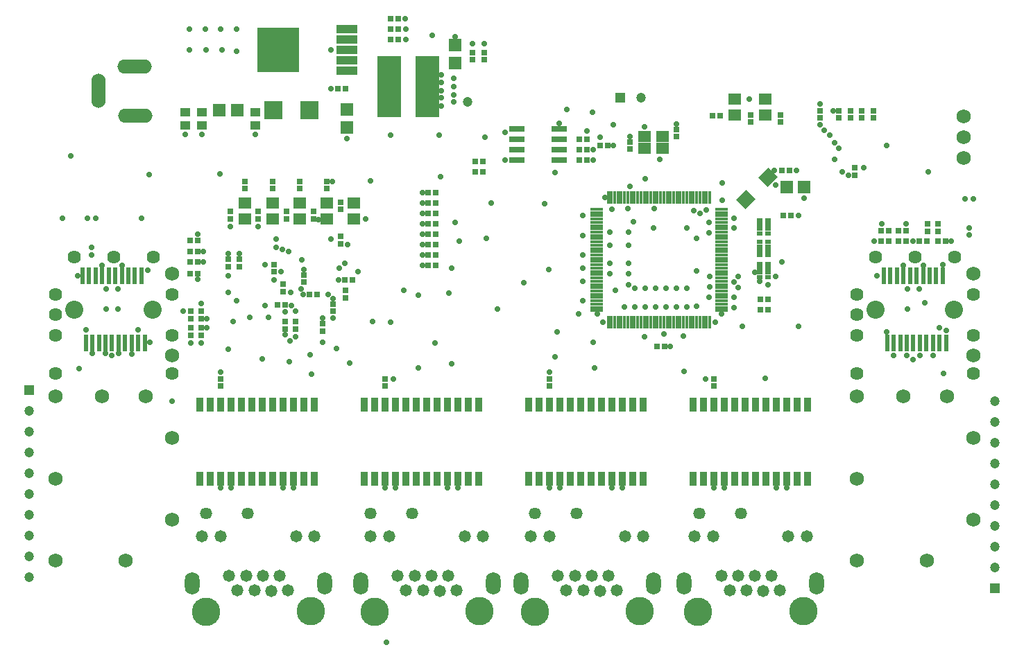
<source format=gts>
G04*
G04 #@! TF.GenerationSoftware,Altium Limited,Altium Designer,20.0.2 (26)*
G04*
G04 Layer_Color=8388736*
%FSLAX25Y25*%
%MOIN*%
G70*
G01*
G75*
%ADD40R,0.06300X0.06300*%
%ADD41R,0.06300X0.06300*%
%ADD42R,0.04800X0.04300*%
G04:AMPARAMS|DCode=43|XSize=86.74mil|YSize=86.74mil|CornerRadius=0mil|HoleSize=0mil|Usage=FLASHONLY|Rotation=0.000|XOffset=0mil|YOffset=0mil|HoleType=Round|Shape=RoundedRectangle|*
%AMROUNDEDRECTD43*
21,1,0.08674,0.08674,0,0,0.0*
21,1,0.08674,0.08674,0,0,0.0*
1,1,0.00000,0.04337,-0.04337*
1,1,0.00000,-0.04337,-0.04337*
1,1,0.00000,-0.04337,0.04337*
1,1,0.00000,0.04337,0.04337*
%
%ADD43ROUNDEDRECTD43*%
%ADD44R,0.02370X0.08274*%
%ADD45R,0.02769X0.03162*%
%ADD46R,0.03162X0.02769*%
%ADD47R,0.05900X0.05500*%
G04:AMPARAMS|DCode=48|XSize=67.06mil|YSize=63.12mil|CornerRadius=0mil|HoleSize=0mil|Usage=FLASHONLY|Rotation=225.000|XOffset=0mil|YOffset=0mil|HoleType=Round|Shape=Rectangle|*
%AMROTATEDRECTD48*
4,1,4,0.00139,0.04602,0.04602,0.00139,-0.00139,-0.04602,-0.04602,-0.00139,0.00139,0.04602,0.0*
%
%ADD48ROTATEDRECTD48*%

%ADD49R,0.02965X0.02400*%
%ADD50R,0.02965X0.02000*%
%ADD51R,0.03792X0.06942*%
%ADD52R,0.07500X0.02800*%
%ADD53R,0.01187X0.06148*%
%ADD54R,0.06148X0.01187*%
%ADD55R,0.06312X0.05524*%
%ADD56C,0.04737*%
%ADD57R,0.11233X0.29540*%
%ADD58R,0.10249X0.03950*%
%ADD59R,0.20485X0.21666*%
%ADD60R,0.04737X0.04737*%
%ADD61C,0.06800*%
%ADD62C,0.06890*%
%ADD63C,0.06394*%
%ADD64O,0.16548X0.06706*%
%ADD65O,0.06706X0.16548*%
%ADD66C,0.13674*%
%ADD67O,0.07099X0.10800*%
%ADD68C,0.05800*%
%ADD69C,0.05737*%
%ADD70R,0.04737X0.04737*%
%ADD71C,0.02769*%
%ADD72C,0.08674*%
D40*
X158000Y263750D02*
D03*
Y255250D02*
D03*
X210000Y286250D02*
D03*
Y294750D02*
D03*
D41*
X96750Y263500D02*
D03*
X105250D02*
D03*
X377750Y226500D02*
D03*
X369250D02*
D03*
D42*
X80500Y262650D02*
D03*
Y256350D02*
D03*
X114000Y262650D02*
D03*
Y256350D02*
D03*
X88500Y262650D02*
D03*
Y256350D02*
D03*
D43*
X140161Y263500D02*
D03*
X122839D02*
D03*
D44*
X416040Y183825D02*
D03*
X419190D02*
D03*
X422340D02*
D03*
X425490D02*
D03*
X428638D02*
D03*
X431787D02*
D03*
X434937D02*
D03*
X438087D02*
D03*
X441236D02*
D03*
X444386D02*
D03*
X445960Y151545D02*
D03*
X442810D02*
D03*
X439660D02*
D03*
X436510D02*
D03*
X433362D02*
D03*
X430213D02*
D03*
X427063D02*
D03*
X423913D02*
D03*
X420764D02*
D03*
X417614D02*
D03*
X32614D02*
D03*
X35764D02*
D03*
X38913D02*
D03*
X42063D02*
D03*
X45213D02*
D03*
X48362D02*
D03*
X51510D02*
D03*
X54660D02*
D03*
X57810D02*
D03*
X60960D02*
D03*
X59386Y183825D02*
D03*
X56236D02*
D03*
X53087D02*
D03*
X49937D02*
D03*
X46787D02*
D03*
X43638D02*
D03*
X40490D02*
D03*
X37340D02*
D03*
X34190D02*
D03*
X31040D02*
D03*
D45*
X157272Y274000D02*
D03*
X153728D02*
D03*
X124728Y170000D02*
D03*
X128272D02*
D03*
X143772Y175000D02*
D03*
X140228D02*
D03*
X179228Y297500D02*
D03*
X182772D02*
D03*
Y302500D02*
D03*
X179228D02*
D03*
X337272Y261000D02*
D03*
X333728D02*
D03*
X367228Y234500D02*
D03*
X370772D02*
D03*
X273272Y249500D02*
D03*
X269728D02*
D03*
X197228Y214000D02*
D03*
X200772D02*
D03*
X157228Y182000D02*
D03*
X160772D02*
D03*
X197228Y219000D02*
D03*
X200772D02*
D03*
X197228Y224000D02*
D03*
X200772D02*
D03*
X197228Y209000D02*
D03*
X200772D02*
D03*
X307228Y150000D02*
D03*
X310772D02*
D03*
X367728Y213000D02*
D03*
X371272D02*
D03*
X197228Y204000D02*
D03*
X200772D02*
D03*
X197228Y199000D02*
D03*
X200772D02*
D03*
X197228Y189000D02*
D03*
X200772D02*
D03*
X86272Y185000D02*
D03*
X82728D02*
D03*
Y190500D02*
D03*
X86272D02*
D03*
X82728Y195500D02*
D03*
X86272D02*
D03*
Y201000D02*
D03*
X82728D02*
D03*
X273272Y239500D02*
D03*
X269728D02*
D03*
X273272Y244500D02*
D03*
X269728D02*
D03*
X283272Y246500D02*
D03*
X279728D02*
D03*
X219728Y234000D02*
D03*
X223272D02*
D03*
X219728Y239000D02*
D03*
X223272D02*
D03*
X197228Y194000D02*
D03*
X200772D02*
D03*
X182772Y307500D02*
D03*
X179228D02*
D03*
X360272Y172500D02*
D03*
X356728D02*
D03*
X360272Y167500D02*
D03*
X356728D02*
D03*
X418272Y205500D02*
D03*
X414728D02*
D03*
Y200500D02*
D03*
X418272D02*
D03*
X426772D02*
D03*
X423228D02*
D03*
Y205500D02*
D03*
X426772D02*
D03*
X433228Y200500D02*
D03*
X436772D02*
D03*
X445772D02*
D03*
X442228D02*
D03*
D46*
X127500Y179772D02*
D03*
Y176228D02*
D03*
X224000Y287728D02*
D03*
Y291272D02*
D03*
X218500Y287728D02*
D03*
Y291272D02*
D03*
X352000Y261272D02*
D03*
Y257728D02*
D03*
X366500D02*
D03*
Y261272D02*
D03*
X385500Y259728D02*
D03*
Y263272D02*
D03*
X394500Y259728D02*
D03*
Y263272D02*
D03*
X400000Y259728D02*
D03*
Y263272D02*
D03*
X405500Y259728D02*
D03*
Y263272D02*
D03*
X411000Y259728D02*
D03*
Y263272D02*
D03*
X402000Y232228D02*
D03*
Y235772D02*
D03*
X97500Y130728D02*
D03*
Y134272D02*
D03*
X176500Y130728D02*
D03*
Y134272D02*
D03*
X255500Y130728D02*
D03*
Y134272D02*
D03*
X334500Y130728D02*
D03*
Y134272D02*
D03*
X102000Y214772D02*
D03*
Y211228D02*
D03*
X122500Y229272D02*
D03*
Y225728D02*
D03*
X129000Y214772D02*
D03*
Y211228D02*
D03*
X148500Y229272D02*
D03*
Y225728D02*
D03*
X151500Y170272D02*
D03*
Y166728D02*
D03*
X137500Y184272D02*
D03*
Y180728D02*
D03*
X128500Y158228D02*
D03*
Y161772D02*
D03*
X123000Y185728D02*
D03*
Y189272D02*
D03*
X155000Y215728D02*
D03*
Y219272D02*
D03*
X142000Y214772D02*
D03*
Y211228D02*
D03*
X135500Y229272D02*
D03*
Y225728D02*
D03*
X115500Y214772D02*
D03*
Y211228D02*
D03*
X109000Y229272D02*
D03*
Y225728D02*
D03*
X101000Y191772D02*
D03*
Y188228D02*
D03*
X106500Y191772D02*
D03*
Y188228D02*
D03*
X155000Y202772D02*
D03*
Y199228D02*
D03*
X88000Y158772D02*
D03*
Y155228D02*
D03*
X83000D02*
D03*
Y158772D02*
D03*
Y166772D02*
D03*
Y163228D02*
D03*
X88000D02*
D03*
Y166772D02*
D03*
X294000Y244728D02*
D03*
Y248272D02*
D03*
X316500Y250728D02*
D03*
Y254272D02*
D03*
X157500Y173228D02*
D03*
Y176772D02*
D03*
X146500Y160772D02*
D03*
Y157228D02*
D03*
X133500Y158228D02*
D03*
Y161772D02*
D03*
X437000Y205228D02*
D03*
Y208772D02*
D03*
X442000Y205228D02*
D03*
Y208772D02*
D03*
D47*
X344500Y261063D02*
D03*
Y268937D02*
D03*
X359000Y261063D02*
D03*
Y268937D02*
D03*
X109000Y211063D02*
D03*
Y218937D02*
D03*
X122500Y211063D02*
D03*
Y218937D02*
D03*
X135500Y211063D02*
D03*
Y218937D02*
D03*
X148500Y211063D02*
D03*
Y218937D02*
D03*
X161500Y211063D02*
D03*
Y218937D02*
D03*
D48*
X349685Y220685D02*
D03*
X360315Y231315D02*
D03*
D49*
X360567Y204350D02*
D03*
Y210650D02*
D03*
X356433D02*
D03*
Y204350D02*
D03*
X360567Y193850D02*
D03*
Y200150D02*
D03*
X356433D02*
D03*
Y193850D02*
D03*
X360567Y183350D02*
D03*
Y189650D02*
D03*
X356433D02*
D03*
Y183350D02*
D03*
D50*
X360567Y206516D02*
D03*
Y208484D02*
D03*
X356433D02*
D03*
Y206516D02*
D03*
X360567Y196016D02*
D03*
Y197984D02*
D03*
X356433D02*
D03*
Y196016D02*
D03*
X360567Y185516D02*
D03*
Y187484D02*
D03*
X356433D02*
D03*
Y185516D02*
D03*
D51*
X379500Y121815D02*
D03*
X374500D02*
D03*
X379500Y86185D02*
D03*
X369500Y121815D02*
D03*
X364500D02*
D03*
X349500D02*
D03*
X354500D02*
D03*
X359500D02*
D03*
X334500D02*
D03*
X339500D02*
D03*
X344500D02*
D03*
X324500D02*
D03*
X329500D02*
D03*
X374500Y86185D02*
D03*
X369500D02*
D03*
X364500D02*
D03*
X359500D02*
D03*
X354500D02*
D03*
X349500D02*
D03*
X344500D02*
D03*
X339500D02*
D03*
X334500D02*
D03*
X329500D02*
D03*
X324500D02*
D03*
X221500Y121815D02*
D03*
X216500D02*
D03*
X221500Y86185D02*
D03*
X211500Y121815D02*
D03*
X206500D02*
D03*
X191500D02*
D03*
X196500D02*
D03*
X201500D02*
D03*
X176500D02*
D03*
X181500D02*
D03*
X186500D02*
D03*
X166500D02*
D03*
X171500D02*
D03*
X216500Y86185D02*
D03*
X211500D02*
D03*
X206500D02*
D03*
X201500D02*
D03*
X196500D02*
D03*
X191500D02*
D03*
X186500D02*
D03*
X181500D02*
D03*
X176500D02*
D03*
X171500D02*
D03*
X166500D02*
D03*
X142500Y121815D02*
D03*
X137500D02*
D03*
X142500Y86185D02*
D03*
X132500Y121815D02*
D03*
X127500D02*
D03*
X112500D02*
D03*
X117500D02*
D03*
X122500D02*
D03*
X97500D02*
D03*
X102500D02*
D03*
X107500D02*
D03*
X87500D02*
D03*
X92500D02*
D03*
X137500Y86185D02*
D03*
X132500D02*
D03*
X127500D02*
D03*
X122500D02*
D03*
X117500D02*
D03*
X112500D02*
D03*
X107500D02*
D03*
X102500D02*
D03*
X97500D02*
D03*
X92500D02*
D03*
X87500D02*
D03*
X300500Y121815D02*
D03*
X295500D02*
D03*
X300500Y86185D02*
D03*
X290500Y121815D02*
D03*
X285500D02*
D03*
X270500D02*
D03*
X275500D02*
D03*
X280500D02*
D03*
X255500D02*
D03*
X260500D02*
D03*
X265500D02*
D03*
X245500D02*
D03*
X250500D02*
D03*
X295500Y86185D02*
D03*
X290500D02*
D03*
X285500D02*
D03*
X280500D02*
D03*
X275500D02*
D03*
X270500D02*
D03*
X265500D02*
D03*
X260500D02*
D03*
X255500D02*
D03*
X250500D02*
D03*
X245500D02*
D03*
D52*
X260236Y254500D02*
D03*
Y249500D02*
D03*
Y244500D02*
D03*
Y239500D02*
D03*
X239764D02*
D03*
Y244500D02*
D03*
Y249500D02*
D03*
Y254500D02*
D03*
D53*
X283591Y161461D02*
D03*
X285165Y161461D02*
D03*
X286740Y161461D02*
D03*
X288315Y161461D02*
D03*
X289890Y161461D02*
D03*
X291465Y161461D02*
D03*
X293039Y161461D02*
D03*
X294614Y161461D02*
D03*
X296189Y161461D02*
D03*
X297764D02*
D03*
X299339D02*
D03*
X300914D02*
D03*
X302488D02*
D03*
X304063D02*
D03*
X305638D02*
D03*
X307213D02*
D03*
X308787D02*
D03*
X310362D02*
D03*
X311937D02*
D03*
X313512D02*
D03*
X315087D02*
D03*
X316661D02*
D03*
X318236D02*
D03*
X319811D02*
D03*
X321386Y161461D02*
D03*
X322961Y161461D02*
D03*
X324535Y161461D02*
D03*
X326110Y161461D02*
D03*
X327685Y161461D02*
D03*
X329260Y161461D02*
D03*
X330835Y161461D02*
D03*
X332409Y161461D02*
D03*
Y221539D02*
D03*
X330835Y221539D02*
D03*
X329260Y221539D02*
D03*
X327685Y221539D02*
D03*
X326110Y221539D02*
D03*
X324535Y221539D02*
D03*
X322961Y221539D02*
D03*
X321386Y221539D02*
D03*
X319811Y221539D02*
D03*
X318236D02*
D03*
X316661D02*
D03*
X315087D02*
D03*
X313512D02*
D03*
X311937D02*
D03*
X310362D02*
D03*
X308787D02*
D03*
X307213D02*
D03*
X305638D02*
D03*
X304063D02*
D03*
X302488D02*
D03*
X300914D02*
D03*
X299339D02*
D03*
X297764D02*
D03*
X296189D02*
D03*
X294614Y221539D02*
D03*
X293039Y221539D02*
D03*
X291465Y221539D02*
D03*
X289890Y221539D02*
D03*
X288315Y221539D02*
D03*
X286740Y221539D02*
D03*
X285165Y221539D02*
D03*
X283591Y221539D02*
D03*
D54*
X338039Y167091D02*
D03*
X338039Y168665D02*
D03*
X338039Y170240D02*
D03*
X338039Y171815D02*
D03*
X338039Y173390D02*
D03*
X338039Y174965D02*
D03*
X338039Y176539D02*
D03*
X338039Y178114D02*
D03*
X338039Y179689D02*
D03*
Y181264D02*
D03*
Y182839D02*
D03*
Y184414D02*
D03*
Y185988D02*
D03*
Y187563D02*
D03*
Y189138D02*
D03*
Y190713D02*
D03*
Y192287D02*
D03*
Y193862D02*
D03*
Y195437D02*
D03*
Y197012D02*
D03*
Y198587D02*
D03*
Y200161D02*
D03*
Y201736D02*
D03*
Y203311D02*
D03*
X338039Y204886D02*
D03*
X338039Y206461D02*
D03*
X338039Y208035D02*
D03*
X338039Y209610D02*
D03*
X338039Y211185D02*
D03*
X338039Y212760D02*
D03*
X338039Y214335D02*
D03*
X338039Y215909D02*
D03*
X277961D02*
D03*
X277961Y214335D02*
D03*
X277961Y212760D02*
D03*
X277961Y211185D02*
D03*
X277961Y209610D02*
D03*
X277961Y208035D02*
D03*
X277961Y206461D02*
D03*
X277961Y204886D02*
D03*
X277961Y203311D02*
D03*
Y201736D02*
D03*
Y200161D02*
D03*
Y198587D02*
D03*
Y197012D02*
D03*
Y195437D02*
D03*
Y193862D02*
D03*
Y192287D02*
D03*
Y190713D02*
D03*
Y189138D02*
D03*
Y187563D02*
D03*
Y185988D02*
D03*
Y184414D02*
D03*
Y182839D02*
D03*
Y181264D02*
D03*
Y179689D02*
D03*
X277961Y178114D02*
D03*
X277961Y176539D02*
D03*
X277961Y174965D02*
D03*
X277961Y173390D02*
D03*
X277961Y171815D02*
D03*
X277961Y170240D02*
D03*
X277961Y168665D02*
D03*
X277961Y167091D02*
D03*
D55*
X301169Y250953D02*
D03*
X309831D02*
D03*
Y245047D02*
D03*
X301169D02*
D03*
D56*
X216000Y267500D02*
D03*
X299500Y269500D02*
D03*
X469500Y123500D02*
D03*
Y113500D02*
D03*
Y103500D02*
D03*
Y93500D02*
D03*
Y43500D02*
D03*
Y53500D02*
D03*
Y63500D02*
D03*
Y73500D02*
D03*
Y83500D02*
D03*
X5500Y39000D02*
D03*
Y49000D02*
D03*
Y59000D02*
D03*
Y69000D02*
D03*
Y119000D02*
D03*
Y109000D02*
D03*
Y99000D02*
D03*
Y89000D02*
D03*
Y79000D02*
D03*
D57*
X178347Y275000D02*
D03*
X196653D02*
D03*
D58*
X158035Y282500D02*
D03*
Y287500D02*
D03*
Y292500D02*
D03*
Y297500D02*
D03*
Y302500D02*
D03*
D59*
X124965Y292500D02*
D03*
D60*
X289500Y269500D02*
D03*
D61*
X454500Y240500D02*
D03*
Y260500D02*
D03*
Y250500D02*
D03*
D62*
X40312Y125709D02*
D03*
X61571Y125709D02*
D03*
X51729Y46968D02*
D03*
X74052Y66654D02*
D03*
X74052Y106024D02*
D03*
Y145394D02*
D03*
X74052Y184764D02*
D03*
X17949Y125709D02*
D03*
X17949Y86339D02*
D03*
X17950Y46969D02*
D03*
X402949D02*
D03*
X402949Y86339D02*
D03*
X402949Y125709D02*
D03*
X459052Y184764D02*
D03*
X459052Y145394D02*
D03*
Y106024D02*
D03*
X459052Y66654D02*
D03*
X436729Y46968D02*
D03*
X446571Y125709D02*
D03*
X425312Y125709D02*
D03*
D63*
X74051Y136733D02*
D03*
Y155237D02*
D03*
Y174922D02*
D03*
X64917Y193031D02*
D03*
X46019Y193032D02*
D03*
X27122Y193032D02*
D03*
X17949Y174922D02*
D03*
X17949Y165079D02*
D03*
X17949Y155236D02*
D03*
X17949Y136732D02*
D03*
X402949D02*
D03*
X402949Y155236D02*
D03*
X402949Y165079D02*
D03*
X402949Y174922D02*
D03*
X412122Y193032D02*
D03*
X431019Y193032D02*
D03*
X449917Y193031D02*
D03*
X459051Y174922D02*
D03*
Y155237D02*
D03*
Y136733D02*
D03*
D64*
X56363Y260733D02*
D03*
X56232Y284441D02*
D03*
D65*
X38636Y272746D02*
D03*
D66*
X221755Y22542D02*
D03*
X171382Y22199D02*
D03*
X298755Y22542D02*
D03*
X248382Y22199D02*
D03*
X377255Y22542D02*
D03*
X326882Y22199D02*
D03*
X140755Y22542D02*
D03*
X90382Y22199D02*
D03*
D67*
X228272Y36003D02*
D03*
X164647D02*
D03*
X305272D02*
D03*
X241647D02*
D03*
X383772D02*
D03*
X320147D02*
D03*
X147272D02*
D03*
X83647D02*
D03*
D68*
X169474Y58551D02*
D03*
X178510Y58428D02*
D03*
X214652Y58551D02*
D03*
X223564D02*
D03*
X182442Y39429D02*
D03*
X186509Y32483D02*
D03*
X190581Y39446D02*
D03*
X194691Y32693D02*
D03*
X198588Y39511D02*
D03*
X202604Y32353D02*
D03*
X206595Y39429D02*
D03*
X210579Y32468D02*
D03*
X246474Y58551D02*
D03*
X255510Y58428D02*
D03*
X291652Y58551D02*
D03*
X300564D02*
D03*
X259442Y39429D02*
D03*
X263509Y32483D02*
D03*
X267581Y39446D02*
D03*
X271691Y32693D02*
D03*
X275588Y39511D02*
D03*
X279604Y32353D02*
D03*
X283595Y39429D02*
D03*
X287579Y32468D02*
D03*
X324974Y58551D02*
D03*
X334010Y58428D02*
D03*
X370152Y58551D02*
D03*
X379064D02*
D03*
X337942Y39429D02*
D03*
X342009Y32483D02*
D03*
X346081Y39446D02*
D03*
X350191Y32693D02*
D03*
X354088Y39511D02*
D03*
X358104Y32353D02*
D03*
X362095Y39429D02*
D03*
X366079Y32468D02*
D03*
X88474Y58551D02*
D03*
X97510Y58428D02*
D03*
X133652Y58551D02*
D03*
X142564D02*
D03*
X101442Y39429D02*
D03*
X105509Y32483D02*
D03*
X109581Y39446D02*
D03*
X113691Y32693D02*
D03*
X117588Y39511D02*
D03*
X121604Y32353D02*
D03*
X125595Y39429D02*
D03*
X129579Y32468D02*
D03*
D69*
X347500Y69500D02*
D03*
X327500D02*
D03*
X268500D02*
D03*
X248500D02*
D03*
X189500D02*
D03*
X169500D02*
D03*
X110500D02*
D03*
X90500D02*
D03*
D70*
X469500Y33500D02*
D03*
X5500Y129000D02*
D03*
D71*
X101000Y148500D02*
D03*
X177000Y7500D02*
D03*
X25500Y241500D02*
D03*
X74000Y123500D02*
D03*
X59500Y211500D02*
D03*
X21500D02*
D03*
X63000Y232500D02*
D03*
X199000Y299500D02*
D03*
X97000Y233000D02*
D03*
X101000Y176000D02*
D03*
X202500Y251500D02*
D03*
X179000D02*
D03*
X417500Y246500D02*
D03*
X258000Y233500D02*
D03*
X203000Y231500D02*
D03*
X437500Y234000D02*
D03*
X169500Y229500D02*
D03*
X224500Y250500D02*
D03*
X276000Y262500D02*
D03*
X338500Y228500D02*
D03*
X253000Y218500D02*
D03*
X234000Y253000D02*
D03*
X227500Y219000D02*
D03*
X185500Y177000D02*
D03*
X207000Y175500D02*
D03*
X212000Y200500D02*
D03*
X210000Y209500D02*
D03*
X103500Y162000D02*
D03*
X208500Y187500D02*
D03*
X159500Y142000D02*
D03*
X359000Y134500D02*
D03*
X320000Y138000D02*
D03*
X117500Y144000D02*
D03*
X153000Y149000D02*
D03*
X141000Y136500D02*
D03*
X192500Y174500D02*
D03*
X170500Y162000D02*
D03*
X255000Y187000D02*
D03*
X348000Y159500D02*
D03*
X375000D02*
D03*
X179000Y161500D02*
D03*
X276500Y152000D02*
D03*
X258000Y145000D02*
D03*
X277000Y139500D02*
D03*
X259000Y157000D02*
D03*
X230500Y168000D02*
D03*
X243000Y180500D02*
D03*
X208500Y141500D02*
D03*
X192500Y139500D02*
D03*
X225000Y202000D02*
D03*
X200500Y151500D02*
D03*
X105000Y292000D02*
D03*
X98000Y292500D02*
D03*
X90500D02*
D03*
X82500D02*
D03*
X105000Y302500D02*
D03*
X97500D02*
D03*
X90000D02*
D03*
X82500D02*
D03*
X128500Y287500D02*
D03*
X121500D02*
D03*
X128500Y297500D02*
D03*
X121500D02*
D03*
X209500Y267500D02*
D03*
X364000Y183500D02*
D03*
X356433Y181067D02*
D03*
X354016Y185500D02*
D03*
X367000Y190500D02*
D03*
X158000Y250000D02*
D03*
X80500Y252000D02*
D03*
X455000Y221000D02*
D03*
X457000Y207000D02*
D03*
X459000Y221000D02*
D03*
X457000Y203500D02*
D03*
X35500Y194000D02*
D03*
X37500Y211500D02*
D03*
X363500Y234500D02*
D03*
X391772Y263272D02*
D03*
X114000Y252000D02*
D03*
X351500Y268937D02*
D03*
X29272Y139228D02*
D03*
X439660Y145500D02*
D03*
X433362D02*
D03*
X430213Y143500D02*
D03*
X427063Y145512D02*
D03*
X420764D02*
D03*
X444728Y136728D02*
D03*
X54660Y146340D02*
D03*
X48362Y146500D02*
D03*
X45213Y145500D02*
D03*
X42063Y146500D02*
D03*
X35764D02*
D03*
X344165Y173500D02*
D03*
X411500Y200500D02*
D03*
X338272Y220272D02*
D03*
X102000Y207500D02*
D03*
X50000Y189000D02*
D03*
X433000Y177500D02*
D03*
X427500D02*
D03*
X42500D02*
D03*
X48000D02*
D03*
X115500Y207500D02*
D03*
X136500Y191500D02*
D03*
X166937Y211063D02*
D03*
X118728Y189272D02*
D03*
X136000Y177500D02*
D03*
X146500Y152000D02*
D03*
X133500Y167000D02*
D03*
X128500Y166500D02*
D03*
X131500Y169500D02*
D03*
X131000Y176000D02*
D03*
X137000Y175000D02*
D03*
X445960Y157540D02*
D03*
X442810Y159000D02*
D03*
X417500Y157000D02*
D03*
X434937Y188937D02*
D03*
X425490Y188990D02*
D03*
X435728Y170728D02*
D03*
X427500Y168000D02*
D03*
X444386Y189114D02*
D03*
X412675Y183825D02*
D03*
X448500Y200500D02*
D03*
X430000D02*
D03*
X374000Y234500D02*
D03*
X35500Y197500D02*
D03*
X150500Y292500D02*
D03*
Y274000D02*
D03*
X210000Y299000D02*
D03*
X186000Y307500D02*
D03*
X224000Y295500D02*
D03*
X218500D02*
D03*
X263728Y263772D02*
D03*
X269500Y165500D02*
D03*
X281039Y161461D02*
D03*
X151500Y163500D02*
D03*
X158500Y199000D02*
D03*
X163500Y186000D02*
D03*
X150453Y201453D02*
D03*
X124000Y201500D02*
D03*
X88500Y252000D02*
D03*
X83000Y151500D02*
D03*
X79500Y166772D02*
D03*
X62500Y186500D02*
D03*
X48000Y168000D02*
D03*
X42500D02*
D03*
X63500Y152000D02*
D03*
X57810Y157810D02*
D03*
X32614D02*
D03*
X130500Y142500D02*
D03*
X140272Y146000D02*
D03*
X415000Y209000D02*
D03*
X132500Y82000D02*
D03*
X127500D02*
D03*
X102500D02*
D03*
X97500D02*
D03*
X271500Y193862D02*
D03*
Y181264D02*
D03*
X211500Y82000D02*
D03*
X206500D02*
D03*
X181500D02*
D03*
X176500D02*
D03*
X290500D02*
D03*
X285500D02*
D03*
X260500D02*
D03*
X255500D02*
D03*
X334500D02*
D03*
X339500D02*
D03*
X369500D02*
D03*
X364500D02*
D03*
X194500Y224000D02*
D03*
Y219000D02*
D03*
Y214000D02*
D03*
Y209000D02*
D03*
Y204000D02*
D03*
Y199000D02*
D03*
Y194000D02*
D03*
Y189000D02*
D03*
X186500Y297500D02*
D03*
X128500Y155500D02*
D03*
X133500Y154500D02*
D03*
X130638Y152500D02*
D03*
X118862Y169638D02*
D03*
X120500Y164000D02*
D03*
X137500Y187000D02*
D03*
X123000Y182000D02*
D03*
X144500Y211000D02*
D03*
X126500Y186000D02*
D03*
X149000Y175000D02*
D03*
X146500Y163500D02*
D03*
X151228Y229272D02*
D03*
X316500Y169000D02*
D03*
X305638Y216039D02*
D03*
X260236Y257236D02*
D03*
X293039Y216039D02*
D03*
X271500Y171815D02*
D03*
Y187563D02*
D03*
X332000Y204500D02*
D03*
Y209500D02*
D03*
X344000Y207000D02*
D03*
X324772Y215272D02*
D03*
X330835Y215665D02*
D03*
X344000Y211500D02*
D03*
X327685Y213815D02*
D03*
X332110Y173390D02*
D03*
X338039Y165539D02*
D03*
X311500Y169000D02*
D03*
X321500D02*
D03*
X306500D02*
D03*
X301500D02*
D03*
X296500D02*
D03*
X291500D02*
D03*
X278500Y165500D02*
D03*
X287228Y176772D02*
D03*
X284500Y185000D02*
D03*
Y190000D02*
D03*
Y198500D02*
D03*
Y205000D02*
D03*
X285500Y216000D02*
D03*
X332500Y183500D02*
D03*
Y178500D02*
D03*
X346000Y178114D02*
D03*
X344000Y181000D02*
D03*
X346000Y183500D02*
D03*
X282039Y221539D02*
D03*
X392500Y240000D02*
D03*
X390000Y251500D02*
D03*
X392500Y248000D02*
D03*
X387500Y254000D02*
D03*
X385500Y256500D02*
D03*
X294000Y227000D02*
D03*
X301500Y230500D02*
D03*
X286000Y246500D02*
D03*
X151500Y173000D02*
D03*
X364000Y227500D02*
D03*
X310362Y156000D02*
D03*
X300914Y154587D02*
D03*
X319811Y154811D02*
D03*
X344165Y168665D02*
D03*
X394500Y245276D02*
D03*
X396000Y234000D02*
D03*
X399228Y232228D02*
D03*
X105000Y172000D02*
D03*
X101000Y194500D02*
D03*
X186500Y302500D02*
D03*
X293500Y198500D02*
D03*
Y205000D02*
D03*
Y190000D02*
D03*
Y185000D02*
D03*
Y179500D02*
D03*
X296500Y178000D02*
D03*
X301500D02*
D03*
X306500D02*
D03*
X311500D02*
D03*
X316500D02*
D03*
X321500D02*
D03*
X326228Y186228D02*
D03*
Y169272D02*
D03*
Y201772D02*
D03*
X321500Y207000D02*
D03*
X305500D02*
D03*
X295728Y209728D02*
D03*
X271500Y212760D02*
D03*
Y203311D02*
D03*
X335000Y161461D02*
D03*
X360500Y179500D02*
D03*
X375000Y213000D02*
D03*
X377750Y221250D02*
D03*
X406272Y235772D02*
D03*
X385500Y266500D02*
D03*
X316500Y257000D02*
D03*
X301169Y255669D02*
D03*
X308500Y240000D02*
D03*
X294000Y251000D02*
D03*
X279728Y250500D02*
D03*
X286000Y256500D02*
D03*
X276500Y239500D02*
D03*
Y244500D02*
D03*
X273272Y253500D02*
D03*
X234000Y239500D02*
D03*
X111500Y164000D02*
D03*
X28675Y183825D02*
D03*
X40500Y189000D02*
D03*
X89000Y195500D02*
D03*
Y190500D02*
D03*
X106500Y194500D02*
D03*
X90728Y163228D02*
D03*
X90772Y158772D02*
D03*
X88000Y170500D02*
D03*
Y151500D02*
D03*
X86272Y182228D02*
D03*
Y203772D02*
D03*
X101000Y184000D02*
D03*
X154000Y182000D02*
D03*
X157000Y190000D02*
D03*
X154278Y187500D02*
D03*
X130000Y195500D02*
D03*
X127000Y196500D02*
D03*
X124000Y197500D02*
D03*
X426772Y209000D02*
D03*
X97500Y137500D02*
D03*
X180500Y134272D02*
D03*
X255500Y137500D02*
D03*
X330500Y134272D02*
D03*
X313500Y150000D02*
D03*
X203500Y280500D02*
D03*
Y277000D02*
D03*
Y273000D02*
D03*
Y269500D02*
D03*
Y265500D02*
D03*
X209500Y279000D02*
D03*
Y275000D02*
D03*
Y271000D02*
D03*
X33500Y211500D02*
D03*
D72*
X449898Y167685D02*
D03*
X412102D02*
D03*
X27102D02*
D03*
X64898D02*
D03*
M02*

</source>
